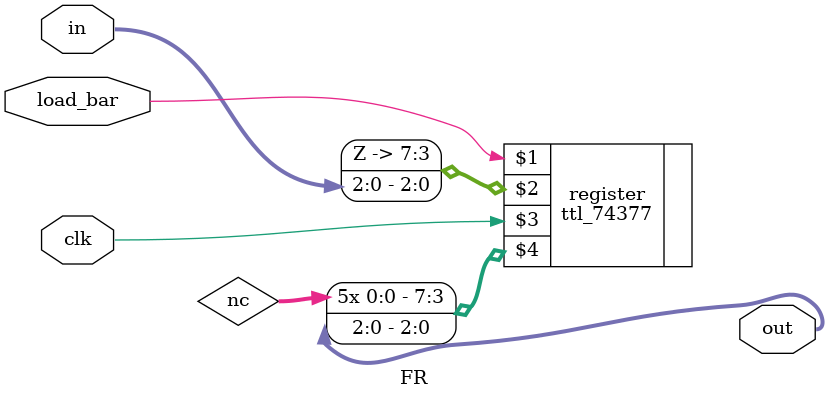
<source format=v>
/* Flags register

   Loads content if "load", on rising edge of clock
 */

`include "ttl/74377.v"

module FR(clk, in, load_bar, out);
    input clk;
    input [2:0] in;
    input load_bar;
    output [2:0] out;

    ttl_74377 register (load_bar, {5'bZ, in}, clk, {nc,nc,nc,nc,nc, out});
endmodule

</source>
